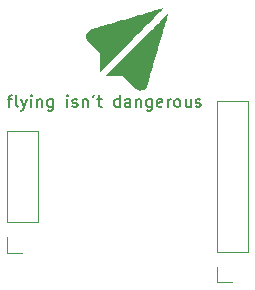
<source format=gbr>
%TF.GenerationSoftware,KiCad,Pcbnew,6.0.11-2627ca5db0~126~ubuntu20.04.1*%
%TF.CreationDate,2023-11-11T11:24:04-05:00*%
%TF.ProjectId,carrier-board,63617272-6965-4722-9d62-6f6172642e6b,rev?*%
%TF.SameCoordinates,Original*%
%TF.FileFunction,Legend,Top*%
%TF.FilePolarity,Positive*%
%FSLAX46Y46*%
G04 Gerber Fmt 4.6, Leading zero omitted, Abs format (unit mm)*
G04 Created by KiCad (PCBNEW 6.0.11-2627ca5db0~126~ubuntu20.04.1) date 2023-11-11 11:24:04*
%MOMM*%
%LPD*%
G01*
G04 APERTURE LIST*
%ADD10C,0.150000*%
%ADD11C,0.120000*%
G04 APERTURE END LIST*
D10*
X135295714Y-74080714D02*
X135676666Y-74080714D01*
X135438571Y-74747380D02*
X135438571Y-73890238D01*
X135486190Y-73795000D01*
X135581428Y-73747380D01*
X135676666Y-73747380D01*
X136152857Y-74747380D02*
X136057619Y-74699761D01*
X136010000Y-74604523D01*
X136010000Y-73747380D01*
X136438571Y-74080714D02*
X136676666Y-74747380D01*
X136914761Y-74080714D02*
X136676666Y-74747380D01*
X136581428Y-74985476D01*
X136533809Y-75033095D01*
X136438571Y-75080714D01*
X137295714Y-74747380D02*
X137295714Y-74080714D01*
X137295714Y-73747380D02*
X137248095Y-73795000D01*
X137295714Y-73842619D01*
X137343333Y-73795000D01*
X137295714Y-73747380D01*
X137295714Y-73842619D01*
X137771904Y-74080714D02*
X137771904Y-74747380D01*
X137771904Y-74175952D02*
X137819523Y-74128333D01*
X137914761Y-74080714D01*
X138057619Y-74080714D01*
X138152857Y-74128333D01*
X138200476Y-74223571D01*
X138200476Y-74747380D01*
X139105238Y-74080714D02*
X139105238Y-74890238D01*
X139057619Y-74985476D01*
X139010000Y-75033095D01*
X138914761Y-75080714D01*
X138771904Y-75080714D01*
X138676666Y-75033095D01*
X139105238Y-74699761D02*
X139010000Y-74747380D01*
X138819523Y-74747380D01*
X138724285Y-74699761D01*
X138676666Y-74652142D01*
X138629047Y-74556904D01*
X138629047Y-74271190D01*
X138676666Y-74175952D01*
X138724285Y-74128333D01*
X138819523Y-74080714D01*
X139010000Y-74080714D01*
X139105238Y-74128333D01*
X140343333Y-74747380D02*
X140343333Y-74080714D01*
X140343333Y-73747380D02*
X140295714Y-73795000D01*
X140343333Y-73842619D01*
X140390952Y-73795000D01*
X140343333Y-73747380D01*
X140343333Y-73842619D01*
X140771904Y-74699761D02*
X140867142Y-74747380D01*
X141057619Y-74747380D01*
X141152857Y-74699761D01*
X141200476Y-74604523D01*
X141200476Y-74556904D01*
X141152857Y-74461666D01*
X141057619Y-74414047D01*
X140914761Y-74414047D01*
X140819523Y-74366428D01*
X140771904Y-74271190D01*
X140771904Y-74223571D01*
X140819523Y-74128333D01*
X140914761Y-74080714D01*
X141057619Y-74080714D01*
X141152857Y-74128333D01*
X141629047Y-74080714D02*
X141629047Y-74747380D01*
X141629047Y-74175952D02*
X141676666Y-74128333D01*
X141771904Y-74080714D01*
X141914761Y-74080714D01*
X142010000Y-74128333D01*
X142057619Y-74223571D01*
X142057619Y-74747380D01*
X142581428Y-73747380D02*
X142486190Y-73937857D01*
X142867142Y-74080714D02*
X143248095Y-74080714D01*
X143010000Y-73747380D02*
X143010000Y-74604523D01*
X143057619Y-74699761D01*
X143152857Y-74747380D01*
X143248095Y-74747380D01*
X144771904Y-74747380D02*
X144771904Y-73747380D01*
X144771904Y-74699761D02*
X144676666Y-74747380D01*
X144486190Y-74747380D01*
X144390952Y-74699761D01*
X144343333Y-74652142D01*
X144295714Y-74556904D01*
X144295714Y-74271190D01*
X144343333Y-74175952D01*
X144390952Y-74128333D01*
X144486190Y-74080714D01*
X144676666Y-74080714D01*
X144771904Y-74128333D01*
X145676666Y-74747380D02*
X145676666Y-74223571D01*
X145629047Y-74128333D01*
X145533809Y-74080714D01*
X145343333Y-74080714D01*
X145248095Y-74128333D01*
X145676666Y-74699761D02*
X145581428Y-74747380D01*
X145343333Y-74747380D01*
X145248095Y-74699761D01*
X145200476Y-74604523D01*
X145200476Y-74509285D01*
X145248095Y-74414047D01*
X145343333Y-74366428D01*
X145581428Y-74366428D01*
X145676666Y-74318809D01*
X146152857Y-74080714D02*
X146152857Y-74747380D01*
X146152857Y-74175952D02*
X146200476Y-74128333D01*
X146295714Y-74080714D01*
X146438571Y-74080714D01*
X146533809Y-74128333D01*
X146581428Y-74223571D01*
X146581428Y-74747380D01*
X147486190Y-74080714D02*
X147486190Y-74890238D01*
X147438571Y-74985476D01*
X147390952Y-75033095D01*
X147295714Y-75080714D01*
X147152857Y-75080714D01*
X147057619Y-75033095D01*
X147486190Y-74699761D02*
X147390952Y-74747380D01*
X147200476Y-74747380D01*
X147105238Y-74699761D01*
X147057619Y-74652142D01*
X147010000Y-74556904D01*
X147010000Y-74271190D01*
X147057619Y-74175952D01*
X147105238Y-74128333D01*
X147200476Y-74080714D01*
X147390952Y-74080714D01*
X147486190Y-74128333D01*
X148343333Y-74699761D02*
X148248095Y-74747380D01*
X148057619Y-74747380D01*
X147962380Y-74699761D01*
X147914761Y-74604523D01*
X147914761Y-74223571D01*
X147962380Y-74128333D01*
X148057619Y-74080714D01*
X148248095Y-74080714D01*
X148343333Y-74128333D01*
X148390952Y-74223571D01*
X148390952Y-74318809D01*
X147914761Y-74414047D01*
X148819523Y-74747380D02*
X148819523Y-74080714D01*
X148819523Y-74271190D02*
X148867142Y-74175952D01*
X148914761Y-74128333D01*
X149010000Y-74080714D01*
X149105238Y-74080714D01*
X149581428Y-74747380D02*
X149486190Y-74699761D01*
X149438571Y-74652142D01*
X149390952Y-74556904D01*
X149390952Y-74271190D01*
X149438571Y-74175952D01*
X149486190Y-74128333D01*
X149581428Y-74080714D01*
X149724285Y-74080714D01*
X149819523Y-74128333D01*
X149867142Y-74175952D01*
X149914761Y-74271190D01*
X149914761Y-74556904D01*
X149867142Y-74652142D01*
X149819523Y-74699761D01*
X149724285Y-74747380D01*
X149581428Y-74747380D01*
X150771904Y-74080714D02*
X150771904Y-74747380D01*
X150343333Y-74080714D02*
X150343333Y-74604523D01*
X150390952Y-74699761D01*
X150486190Y-74747380D01*
X150629047Y-74747380D01*
X150724285Y-74699761D01*
X150771904Y-74652142D01*
X151200476Y-74699761D02*
X151295714Y-74747380D01*
X151486190Y-74747380D01*
X151581428Y-74699761D01*
X151629047Y-74604523D01*
X151629047Y-74556904D01*
X151581428Y-74461666D01*
X151486190Y-74414047D01*
X151343333Y-74414047D01*
X151248095Y-74366428D01*
X151200476Y-74271190D01*
X151200476Y-74223571D01*
X151248095Y-74128333D01*
X151343333Y-74080714D01*
X151486190Y-74080714D01*
X151581428Y-74128333D01*
%TO.C,G\u002A\u002A*%
G36*
X148464481Y-66375934D02*
G01*
X148436707Y-66404378D01*
X148391133Y-66450602D01*
X148328537Y-66513830D01*
X148249693Y-66593282D01*
X148155377Y-66688182D01*
X148046365Y-66797750D01*
X147923433Y-66921209D01*
X147787356Y-67057781D01*
X147638910Y-67206688D01*
X147478870Y-67367152D01*
X147308013Y-67538395D01*
X147127113Y-67719638D01*
X146936947Y-67910105D01*
X146738291Y-68109016D01*
X146531919Y-68315594D01*
X146318608Y-68529061D01*
X146099133Y-68748638D01*
X145874271Y-68973548D01*
X145790581Y-69057241D01*
X143103422Y-71744374D01*
X143103422Y-70186167D01*
X142559100Y-69638520D01*
X142438848Y-69517332D01*
X142336548Y-69413736D01*
X142250686Y-69326102D01*
X142179748Y-69252802D01*
X142122220Y-69192206D01*
X142076588Y-69142686D01*
X142041338Y-69102613D01*
X142014956Y-69070358D01*
X141995927Y-69044293D01*
X141982738Y-69022788D01*
X141977858Y-69013232D01*
X141934442Y-68896823D01*
X141916074Y-68779895D01*
X141917286Y-68694732D01*
X141939671Y-68569590D01*
X141985959Y-68456574D01*
X142054816Y-68357257D01*
X142144908Y-68273214D01*
X142254898Y-68206017D01*
X142369888Y-68161217D01*
X142423026Y-68145257D01*
X142498704Y-68122687D01*
X142595518Y-68093920D01*
X142712067Y-68059368D01*
X142846950Y-68019442D01*
X142998764Y-67974556D01*
X143166108Y-67925122D01*
X143347580Y-67871552D01*
X143541778Y-67814258D01*
X143747300Y-67753652D01*
X143962744Y-67690148D01*
X144186709Y-67624156D01*
X144417792Y-67556090D01*
X144654592Y-67486362D01*
X144895707Y-67415384D01*
X145139735Y-67343568D01*
X145385274Y-67271326D01*
X145630923Y-67199072D01*
X145875279Y-67127216D01*
X146116940Y-67056173D01*
X146354506Y-66986353D01*
X146586573Y-66918169D01*
X146811741Y-66852033D01*
X147028606Y-66788358D01*
X147235768Y-66727556D01*
X147431825Y-66670039D01*
X147615374Y-66616220D01*
X147785015Y-66566511D01*
X147939344Y-66521324D01*
X148076960Y-66481071D01*
X148196462Y-66446165D01*
X148296447Y-66417018D01*
X148375514Y-66394042D01*
X148432260Y-66377650D01*
X148465285Y-66368254D01*
X148473681Y-66366050D01*
X148464481Y-66375934D01*
G37*
G36*
X148896164Y-66805240D02*
G01*
X148885677Y-66843672D01*
X148868220Y-66905547D01*
X148844203Y-66989476D01*
X148814038Y-67094067D01*
X148778134Y-67217932D01*
X148736901Y-67359679D01*
X148690751Y-67517919D01*
X148640092Y-67691261D01*
X148585337Y-67878316D01*
X148526895Y-68077693D01*
X148465175Y-68288003D01*
X148400590Y-68507856D01*
X148333549Y-68735860D01*
X148264461Y-68970627D01*
X148193739Y-69210766D01*
X148121791Y-69454886D01*
X148049029Y-69701599D01*
X147975863Y-69949514D01*
X147902702Y-70197240D01*
X147829958Y-70443388D01*
X147758041Y-70686568D01*
X147687360Y-70925390D01*
X147618327Y-71158462D01*
X147551351Y-71384397D01*
X147486844Y-71601802D01*
X147425215Y-71809289D01*
X147366874Y-72005467D01*
X147312232Y-72188947D01*
X147261700Y-72358337D01*
X147215688Y-72512248D01*
X147174605Y-72649290D01*
X147138862Y-72768073D01*
X147108871Y-72867207D01*
X147085040Y-72945301D01*
X147067781Y-73000966D01*
X147057503Y-73032811D01*
X147054878Y-73039868D01*
X147013568Y-73103356D01*
X146955910Y-73169333D01*
X146890505Y-73229069D01*
X146825952Y-73273831D01*
X146822609Y-73275678D01*
X146711835Y-73322176D01*
X146593586Y-73347133D01*
X146474516Y-73349893D01*
X146361276Y-73329800D01*
X146340540Y-73323198D01*
X146285385Y-73301432D01*
X146230715Y-73275470D01*
X146203760Y-73260305D01*
X146183501Y-73244123D01*
X146145920Y-73210451D01*
X146092993Y-73161185D01*
X146026697Y-73098223D01*
X145949008Y-73023463D01*
X145861902Y-72938803D01*
X145767357Y-72846139D01*
X145667348Y-72747369D01*
X145605958Y-72686380D01*
X145065143Y-72147900D01*
X143534305Y-72147900D01*
X146214598Y-69467580D01*
X146440979Y-69241228D01*
X146662314Y-69019983D01*
X146877824Y-68804621D01*
X147086730Y-68595919D01*
X147288252Y-68394653D01*
X147481612Y-68201600D01*
X147666031Y-68017537D01*
X147840728Y-67843241D01*
X148004926Y-67679487D01*
X148157845Y-67527052D01*
X148298706Y-67386713D01*
X148426730Y-67259246D01*
X148541138Y-67145429D01*
X148641151Y-67046037D01*
X148725989Y-66961847D01*
X148794874Y-66893636D01*
X148847027Y-66842180D01*
X148881667Y-66808256D01*
X148898017Y-66792640D01*
X148899272Y-66791641D01*
X148896164Y-66805240D01*
G37*
D11*
%TO.C,BNO55_4P1*%
X135210000Y-84480000D02*
X135210000Y-76800000D01*
X136540000Y-87080000D02*
X135210000Y-87080000D01*
X135210000Y-87080000D02*
X135210000Y-85750000D01*
X137870000Y-84480000D02*
X137870000Y-76800000D01*
X137870000Y-84480000D02*
X135210000Y-84480000D01*
X137870000Y-76800000D02*
X135210000Y-76800000D01*
%TO.C,BNO55_6P1*%
X155650000Y-74235000D02*
X152990000Y-74235000D01*
X152990000Y-86995000D02*
X152990000Y-74235000D01*
X152990000Y-89595000D02*
X152990000Y-88265000D01*
X154320000Y-89595000D02*
X152990000Y-89595000D01*
X155650000Y-86995000D02*
X152990000Y-86995000D01*
X155650000Y-86995000D02*
X155650000Y-74235000D01*
%TD*%
M02*

</source>
